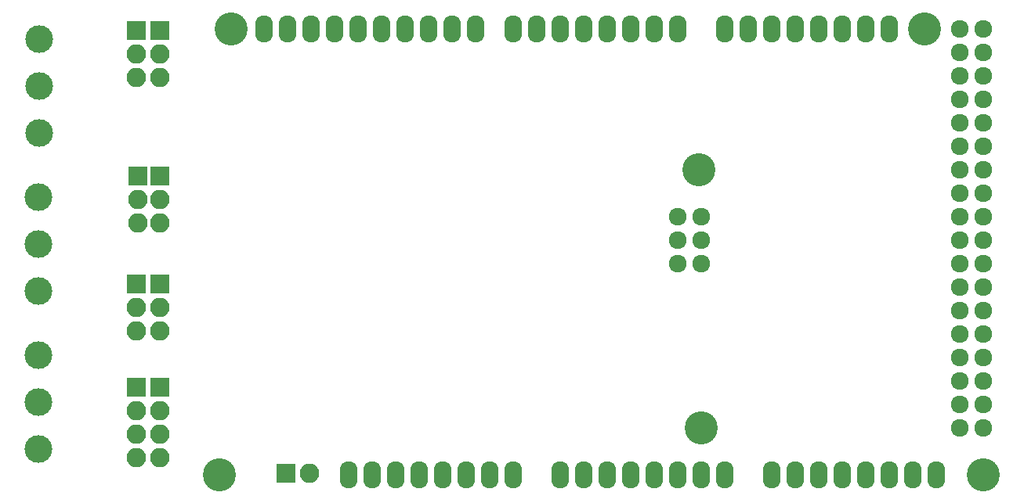
<source format=gbr>
G04 #@! TF.FileFunction,Soldermask,Bot*
%FSLAX46Y46*%
G04 Gerber Fmt 4.6, Leading zero omitted, Abs format (unit mm)*
G04 Created by KiCad (PCBNEW 4.0.4-stable) date 04/21/17 11:27:43*
%MOMM*%
%LPD*%
G01*
G04 APERTURE LIST*
%ADD10C,0.100000*%
%ADD11R,2.100000X2.100000*%
%ADD12O,2.100000X2.100000*%
%ADD13O,1.924000X2.940000*%
%ADD14C,3.575000*%
%ADD15C,1.924000*%
%ADD16C,3.000000*%
G04 APERTURE END LIST*
D10*
D11*
X155200000Y-53850000D03*
D12*
X155200000Y-56390000D03*
X155200000Y-58930000D03*
D13*
X216210000Y-53680000D03*
X218750000Y-53680000D03*
X221290000Y-53680000D03*
X223830000Y-53680000D03*
X226370000Y-53680000D03*
X228910000Y-53680000D03*
X231450000Y-53680000D03*
X233990000Y-53680000D03*
X239070000Y-101940000D03*
X236530000Y-101940000D03*
X233990000Y-101940000D03*
X231450000Y-101940000D03*
X221290000Y-101940000D03*
X216210000Y-101940000D03*
X213670000Y-101940000D03*
X223830000Y-101940000D03*
X226370000Y-101940000D03*
X228910000Y-101940000D03*
X211130000Y-101940000D03*
X208590000Y-101940000D03*
X206050000Y-101940000D03*
X198430000Y-101940000D03*
X200970000Y-101940000D03*
X203510000Y-101940000D03*
X193350000Y-101940000D03*
X190810000Y-101940000D03*
X188270000Y-101940000D03*
X183190000Y-101940000D03*
X180650000Y-101940000D03*
X211130000Y-53680000D03*
X208590000Y-53680000D03*
X206050000Y-53680000D03*
X203510000Y-53680000D03*
X200970000Y-53680000D03*
X198430000Y-53680000D03*
X195890000Y-53680000D03*
X193350000Y-53680000D03*
X189286000Y-53680000D03*
X186746000Y-53680000D03*
X184206000Y-53680000D03*
X181666000Y-53680000D03*
X179126000Y-53680000D03*
X176586000Y-53680000D03*
X174046000Y-53680000D03*
X171506000Y-53680000D03*
X185730000Y-101940000D03*
D14*
X244150000Y-101940000D03*
X237800000Y-53680000D03*
X162870000Y-53680000D03*
X161600000Y-101940000D03*
D15*
X241610000Y-56220000D03*
X244150000Y-56220000D03*
X241610000Y-58760000D03*
X244150000Y-58760000D03*
X241610000Y-61300000D03*
X244150000Y-61300000D03*
X241610000Y-63840000D03*
X244150000Y-63840000D03*
X241610000Y-53680000D03*
X244150000Y-53680000D03*
X244150000Y-66380000D03*
X241610000Y-66380000D03*
X241610000Y-68920000D03*
X244150000Y-68920000D03*
X241610000Y-71460000D03*
X244150000Y-71460000D03*
X241610000Y-74000000D03*
X244150000Y-74000000D03*
X241610000Y-76540000D03*
X244150000Y-76540000D03*
X241610000Y-79080000D03*
X244150000Y-79080000D03*
X241610000Y-81620000D03*
X244150000Y-81620000D03*
X241610000Y-84160000D03*
X244150000Y-84160000D03*
X241610000Y-86700000D03*
X244150000Y-86700000D03*
X241610000Y-89240000D03*
X244150000Y-89240000D03*
X241610000Y-91780000D03*
X244150000Y-91780000D03*
X241610000Y-94320000D03*
X244150000Y-94320000D03*
X241610000Y-96860000D03*
X244150000Y-96860000D03*
X211130000Y-74000000D03*
X213670000Y-74000000D03*
X211130000Y-76540000D03*
X213670000Y-76540000D03*
X211130000Y-79080000D03*
X213670000Y-79080000D03*
D14*
X213416000Y-68920000D03*
X213670000Y-96860000D03*
D13*
X178110000Y-101940000D03*
X175570000Y-101940000D03*
X168966000Y-53680000D03*
X166426000Y-53680000D03*
D11*
X168860000Y-101790000D03*
D12*
X171400000Y-101790000D03*
D11*
X155200000Y-69630000D03*
D12*
X155200000Y-72170000D03*
X155200000Y-74710000D03*
D11*
X155200000Y-92510000D03*
D12*
X155200000Y-95050000D03*
X155200000Y-97590000D03*
X155200000Y-100130000D03*
D11*
X155200000Y-81320000D03*
D12*
X155200000Y-83860000D03*
X155200000Y-86400000D03*
D11*
X152660000Y-53850000D03*
D12*
X152660000Y-56390000D03*
X152660000Y-58930000D03*
D11*
X152780000Y-69630000D03*
D12*
X152780000Y-72170000D03*
X152780000Y-74710000D03*
D11*
X152660000Y-92510000D03*
D12*
X152660000Y-95050000D03*
X152660000Y-97590000D03*
X152660000Y-100130000D03*
D11*
X152660000Y-81320000D03*
D12*
X152660000Y-83860000D03*
X152660000Y-86400000D03*
D16*
X142050000Y-94100000D03*
X142050000Y-89020000D03*
X142050000Y-99180000D03*
X142100000Y-77020000D03*
X142100000Y-71940000D03*
X142100000Y-82100000D03*
X142130000Y-59860000D03*
X142130000Y-54780000D03*
X142130000Y-64940000D03*
M02*

</source>
